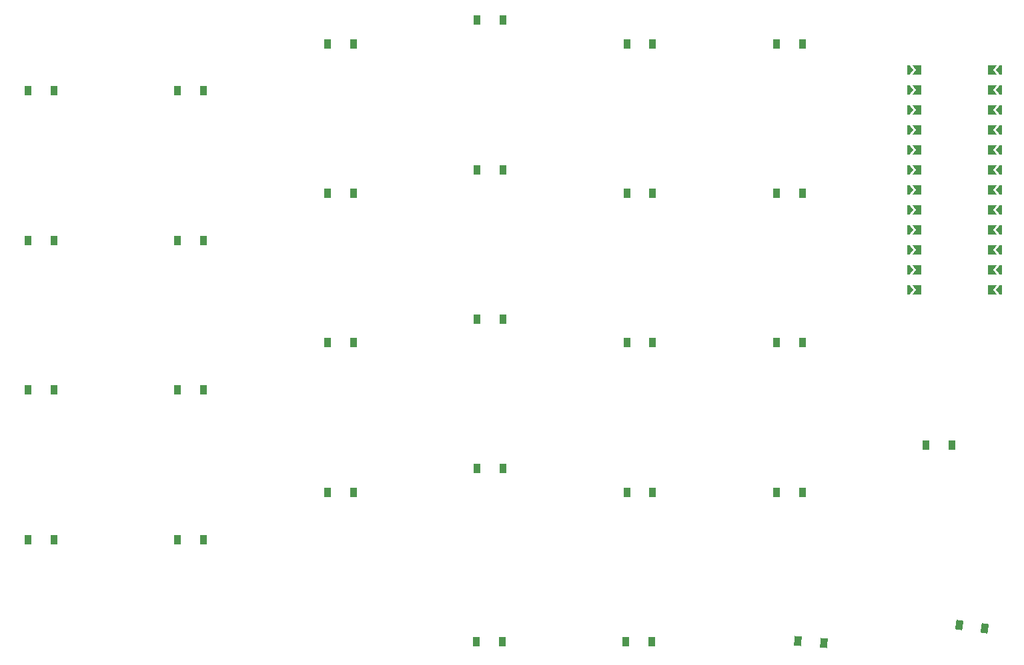
<source format=gbr>
%TF.GenerationSoftware,KiCad,Pcbnew,9.0.5*%
%TF.CreationDate,2025-11-01T14:53:46+08:00*%
%TF.ProjectId,main,6d61696e-2e6b-4696-9361-645f70636258,v1.0.0*%
%TF.SameCoordinates,Original*%
%TF.FileFunction,Paste,Bot*%
%TF.FilePolarity,Positive*%
%FSLAX46Y46*%
G04 Gerber Fmt 4.6, Leading zero omitted, Abs format (unit mm)*
G04 Created by KiCad (PCBNEW 9.0.5) date 2025-11-01 14:53:46*
%MOMM*%
%LPD*%
G01*
G04 APERTURE LIST*
G04 Aperture macros list*
%AMRotRect*
0 Rectangle, with rotation*
0 The origin of the aperture is its center*
0 $1 length*
0 $2 width*
0 $3 Rotation angle, in degrees counterclockwise*
0 Add horizontal line*
21,1,$1,$2,0,0,$3*%
%AMFreePoly0*
4,1,6,0.250000,0.000000,-0.250000,-0.625000,-0.500000,-0.625000,-0.500000,0.625000,-0.250000,0.625000,0.250000,0.000000,0.250000,0.000000,$1*%
%AMFreePoly1*
4,1,6,0.500000,-0.625000,-0.650000,-0.625000,-0.150000,0.000000,-0.650000,0.625000,0.500000,0.625000,0.500000,-0.625000,0.500000,-0.625000,$1*%
G04 Aperture macros list end*
%ADD10R,0.900000X1.200000*%
%ADD11RotRect,0.900000X1.200000X352.000000*%
%ADD12FreePoly0,180.000000*%
%ADD13FreePoly0,0.000000*%
%ADD14FreePoly1,0.000000*%
%ADD15FreePoly1,180.000000*%
%ADD16RotRect,0.900000X1.200000X355.000000*%
G04 APERTURE END LIST*
D10*
%TO.C,D4*%
X27950000Y-29500000D03*
X31250000Y-29500000D03*
%TD*%
%TO.C,D2*%
X27950000Y-67500000D03*
X31250000Y-67500000D03*
%TD*%
%TO.C,D27*%
X103850000Y-99500000D03*
X107150000Y-99500000D03*
%TD*%
%TO.C,D25*%
X141950000Y-74500000D03*
X145250000Y-74500000D03*
%TD*%
D11*
%TO.C,D29*%
X146118616Y-97357951D03*
X149386500Y-97817223D03*
%TD*%
D10*
%TO.C,D8*%
X46950000Y-29500000D03*
X50250000Y-29500000D03*
%TD*%
%TO.C,D9*%
X65950000Y-80500000D03*
X69250000Y-80500000D03*
%TD*%
%TO.C,D15*%
X84950000Y-39500000D03*
X88250000Y-39500000D03*
%TD*%
%TO.C,D23*%
X122950000Y-42500000D03*
X126250000Y-42500000D03*
%TD*%
%TO.C,D7*%
X46950000Y-48500000D03*
X50250000Y-48500000D03*
%TD*%
%TO.C,D14*%
X84950000Y-58500000D03*
X88250000Y-58500000D03*
%TD*%
%TO.C,D16*%
X84950000Y-20500000D03*
X88250000Y-20500000D03*
%TD*%
%TO.C,D17*%
X103950000Y-80500000D03*
X107250000Y-80500000D03*
%TD*%
D12*
%TO.C,MCU1*%
X151055000Y-26800000D03*
X151055000Y-29340000D03*
X151055000Y-31880000D03*
X151055000Y-34420000D03*
X151055000Y-36960000D03*
X151055000Y-39500000D03*
X151055000Y-42040000D03*
X151055000Y-44580000D03*
X151055000Y-47120000D03*
X151055000Y-49660000D03*
X151055000Y-52200000D03*
X151055000Y-54740000D03*
D13*
X140055000Y-54740000D03*
X140055000Y-52200000D03*
X140055000Y-49660000D03*
X140055000Y-47120000D03*
X140055000Y-44580000D03*
X140055000Y-42040000D03*
X140055000Y-39500000D03*
X140055000Y-36960000D03*
X140055000Y-34420000D03*
X140055000Y-31880000D03*
X140055000Y-29340000D03*
X140055000Y-26800000D03*
D14*
X140780000Y-26800000D03*
X140780000Y-29340000D03*
X140780000Y-31880000D03*
X140780000Y-34420000D03*
X140780000Y-36960000D03*
X140780000Y-39500000D03*
X140780000Y-42040000D03*
X140780000Y-44580000D03*
X140780000Y-47120000D03*
X140780000Y-49660000D03*
X140780000Y-52200000D03*
X140780000Y-54740000D03*
D15*
X150330000Y-54740000D03*
X150330000Y-52200000D03*
X150330000Y-49660000D03*
X150330000Y-47120000D03*
X150330000Y-44580000D03*
X150330000Y-42040000D03*
X150330000Y-39500000D03*
X150330000Y-36960000D03*
X150330000Y-34420000D03*
X150330000Y-31880000D03*
X150330000Y-29340000D03*
X150330000Y-26800000D03*
%TD*%
D10*
%TO.C,D18*%
X103950000Y-61500000D03*
X107250000Y-61500000D03*
%TD*%
%TO.C,D19*%
X103950000Y-42500000D03*
X107250000Y-42500000D03*
%TD*%
%TO.C,D3*%
X27950000Y-48500000D03*
X31250000Y-48500000D03*
%TD*%
%TO.C,D22*%
X122950000Y-61500000D03*
X126250000Y-61500000D03*
%TD*%
%TO.C,D13*%
X84950000Y-77500000D03*
X88250000Y-77500000D03*
%TD*%
%TO.C,D6*%
X46950000Y-67500000D03*
X50250000Y-67500000D03*
%TD*%
%TO.C,D12*%
X65950000Y-23500000D03*
X69250000Y-23500000D03*
%TD*%
%TO.C,D20*%
X103950000Y-23500000D03*
X107250000Y-23500000D03*
%TD*%
%TO.C,D26*%
X84850000Y-99500000D03*
X88150000Y-99500000D03*
%TD*%
D16*
%TO.C,D28*%
X125640681Y-99390441D03*
X128928123Y-99678055D03*
%TD*%
D10*
%TO.C,D11*%
X65950000Y-42500000D03*
X69250000Y-42500000D03*
%TD*%
%TO.C,D1*%
X27950000Y-86500000D03*
X31250000Y-86500000D03*
%TD*%
%TO.C,D24*%
X122950000Y-23500000D03*
X126250000Y-23500000D03*
%TD*%
%TO.C,D21*%
X122950000Y-80500000D03*
X126250000Y-80500000D03*
%TD*%
%TO.C,D5*%
X46950000Y-86500000D03*
X50250000Y-86500000D03*
%TD*%
%TO.C,D10*%
X65950000Y-61500000D03*
X69250000Y-61500000D03*
%TD*%
M02*

</source>
